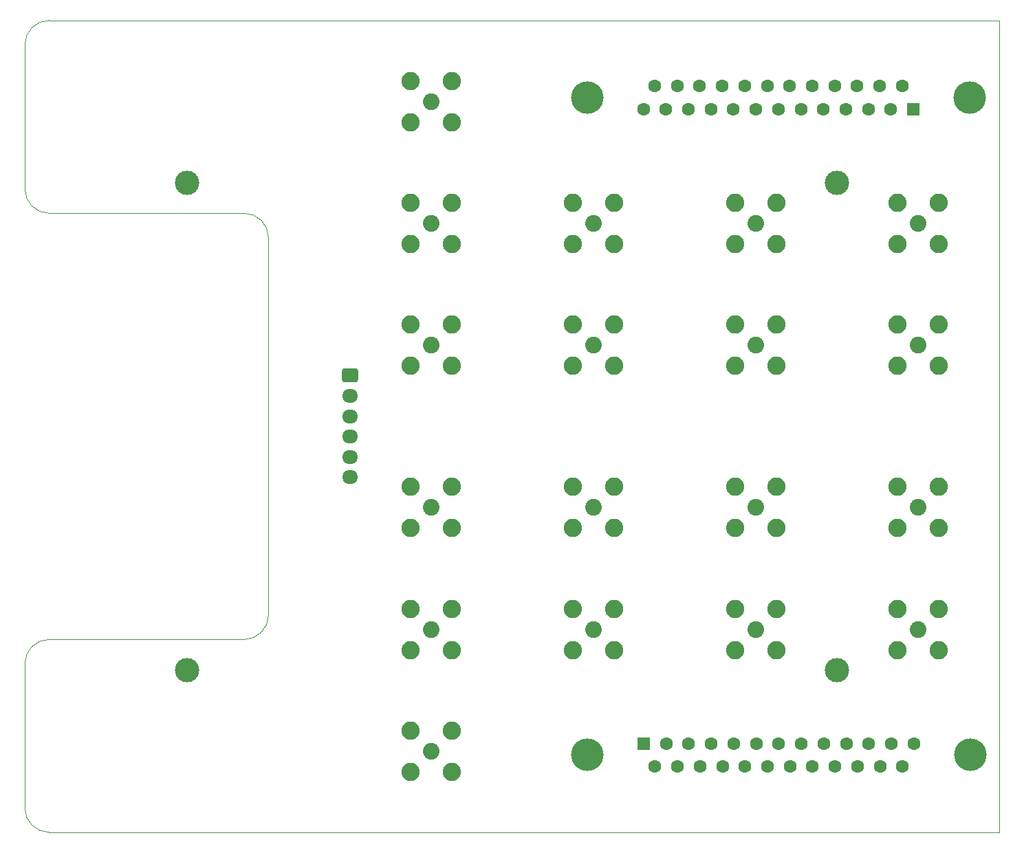
<source format=gbr>
%TF.GenerationSoftware,KiCad,Pcbnew,(6.0.4)*%
%TF.CreationDate,2023-06-02T21:13:09+02:00*%
%TF.ProjectId,Chrolis-LCR-Connector,4368726f-6c69-4732-9d4c-43522d436f6e,rev?*%
%TF.SameCoordinates,Original*%
%TF.FileFunction,Soldermask,Top*%
%TF.FilePolarity,Negative*%
%FSLAX46Y46*%
G04 Gerber Fmt 4.6, Leading zero omitted, Abs format (unit mm)*
G04 Created by KiCad (PCBNEW (6.0.4)) date 2023-06-02 21:13:09*
%MOMM*%
%LPD*%
G01*
G04 APERTURE LIST*
G04 Aperture macros list*
%AMRoundRect*
0 Rectangle with rounded corners*
0 $1 Rounding radius*
0 $2 $3 $4 $5 $6 $7 $8 $9 X,Y pos of 4 corners*
0 Add a 4 corners polygon primitive as box body*
4,1,4,$2,$3,$4,$5,$6,$7,$8,$9,$2,$3,0*
0 Add four circle primitives for the rounded corners*
1,1,$1+$1,$2,$3*
1,1,$1+$1,$4,$5*
1,1,$1+$1,$6,$7*
1,1,$1+$1,$8,$9*
0 Add four rect primitives between the rounded corners*
20,1,$1+$1,$2,$3,$4,$5,0*
20,1,$1+$1,$4,$5,$6,$7,0*
20,1,$1+$1,$6,$7,$8,$9,0*
20,1,$1+$1,$8,$9,$2,$3,0*%
G04 Aperture macros list end*
%TA.AperFunction,Profile*%
%ADD10C,0.100000*%
%TD*%
%ADD11C,2.050000*%
%ADD12C,2.250000*%
%ADD13C,3.000000*%
%ADD14RoundRect,0.250000X-0.725000X0.600000X-0.725000X-0.600000X0.725000X-0.600000X0.725000X0.600000X0*%
%ADD15O,1.950000X1.700000*%
%ADD16C,4.000000*%
%ADD17R,1.600000X1.600000*%
%ADD18C,1.600000*%
G04 APERTURE END LIST*
D10*
X76950000Y-126600000D02*
X52950000Y-126600000D01*
X169950000Y-50350000D02*
X169950000Y-150350000D01*
X52950000Y-126600000D02*
G75*
G03*
X49950000Y-129600000I0J-3000000D01*
G01*
X76950000Y-74100000D02*
X52950000Y-74100000D01*
X79950000Y-77100000D02*
G75*
G03*
X76950000Y-74100000I-3000000J0D01*
G01*
X169950000Y-150350000D02*
X52950000Y-150350000D01*
X79950000Y-77100000D02*
X79950000Y-123600000D01*
X49950000Y-129600000D02*
X49950000Y-147350000D01*
X52950000Y-50350000D02*
G75*
G03*
X49950000Y-53350000I0J-3000000D01*
G01*
X76950000Y-126600000D02*
G75*
G03*
X79950000Y-123600000I0J3000000D01*
G01*
X52950000Y-50350000D02*
X169950000Y-50350000D01*
X49950000Y-71100000D02*
G75*
G03*
X52950000Y-74100000I3000000J0D01*
G01*
X49950000Y-147350000D02*
G75*
G03*
X52950000Y-150350000I3000000J0D01*
G01*
X49950000Y-71100000D02*
X49950000Y-53350000D01*
D11*
%TO.C,J13*%
X159950000Y-125350000D03*
D12*
X162490000Y-127890000D03*
X162490000Y-122810000D03*
X157410000Y-127890000D03*
X157410000Y-122810000D03*
%TD*%
D11*
%TO.C,J16*%
X159950000Y-110350000D03*
D12*
X162490000Y-112890000D03*
X162490000Y-107810000D03*
X157410000Y-112890000D03*
X157410000Y-107810000D03*
%TD*%
D11*
%TO.C,J7*%
X159950000Y-90350000D03*
D12*
X162490000Y-92890000D03*
X162490000Y-87810000D03*
X157410000Y-92890000D03*
X157410000Y-87810000D03*
%TD*%
D11*
%TO.C,J10*%
X159950000Y-75350000D03*
D12*
X162490000Y-77890000D03*
X162490000Y-72810000D03*
X157410000Y-77890000D03*
X157410000Y-72810000D03*
%TD*%
D11*
%TO.C,J14*%
X139950000Y-125350000D03*
D12*
X142490000Y-127890000D03*
X142490000Y-122810000D03*
X137410000Y-127890000D03*
X137410000Y-122810000D03*
%TD*%
D11*
%TO.C,J17*%
X139950000Y-110350000D03*
D12*
X142490000Y-112890000D03*
X142490000Y-107810000D03*
X137410000Y-112890000D03*
X137410000Y-107810000D03*
%TD*%
D11*
%TO.C,J8*%
X139950000Y-90350000D03*
D12*
X142490000Y-92890000D03*
X142490000Y-87810000D03*
X137410000Y-92890000D03*
X137410000Y-87810000D03*
%TD*%
D11*
%TO.C,J11*%
X139950000Y-75350000D03*
D12*
X142490000Y-77890000D03*
X142490000Y-72810000D03*
X137410000Y-77890000D03*
X137410000Y-72810000D03*
%TD*%
D11*
%TO.C,J15*%
X119950000Y-125350000D03*
D12*
X122490000Y-127890000D03*
X122490000Y-122810000D03*
X117410000Y-127890000D03*
X117410000Y-122810000D03*
%TD*%
D11*
%TO.C,J18*%
X119950000Y-110350000D03*
D12*
X122490000Y-112890000D03*
X122490000Y-107810000D03*
X117410000Y-112890000D03*
X117410000Y-107810000D03*
%TD*%
D11*
%TO.C,J9*%
X119950000Y-90350000D03*
D12*
X122490000Y-92890000D03*
X122490000Y-87810000D03*
X117410000Y-92890000D03*
X117410000Y-87810000D03*
%TD*%
D11*
%TO.C,J12*%
X119950000Y-75350000D03*
D12*
X122490000Y-77890000D03*
X122490000Y-72810000D03*
X117410000Y-77890000D03*
X117410000Y-72810000D03*
%TD*%
D11*
%TO.C,J6*%
X99950000Y-140350000D03*
D12*
X102490000Y-142890000D03*
X102490000Y-137810000D03*
X97410000Y-142890000D03*
X97410000Y-137810000D03*
%TD*%
D11*
%TO.C,J5*%
X99950000Y-125350000D03*
D12*
X102490000Y-127890000D03*
X102490000Y-122810000D03*
X97410000Y-127890000D03*
X97410000Y-122810000D03*
%TD*%
D11*
%TO.C,J4*%
X99950000Y-110350000D03*
D12*
X102490000Y-112890000D03*
X102490000Y-107810000D03*
X97410000Y-112890000D03*
X97410000Y-107810000D03*
%TD*%
D11*
%TO.C,J3*%
X99950000Y-90350000D03*
D12*
X102490000Y-92890000D03*
X102490000Y-87810000D03*
X97410000Y-92890000D03*
X97410000Y-87810000D03*
%TD*%
D11*
%TO.C,J1*%
X99950000Y-60350000D03*
D12*
X102490000Y-62890000D03*
X102490000Y-57810000D03*
X97410000Y-62890000D03*
X97410000Y-57810000D03*
%TD*%
D11*
%TO.C,J2*%
X99950000Y-75350000D03*
D12*
X102490000Y-77890000D03*
X102490000Y-72810000D03*
X97410000Y-77890000D03*
X97410000Y-72810000D03*
%TD*%
D13*
%TO.C,H2*%
X149950000Y-70350000D03*
%TD*%
%TO.C,H3*%
X69950000Y-130350000D03*
%TD*%
D14*
%TO.C,J21*%
X89950000Y-94100000D03*
D15*
X89950000Y-96600000D03*
X89950000Y-99100000D03*
X89950000Y-101600000D03*
X89950000Y-104100000D03*
X89950000Y-106600000D03*
%TD*%
D13*
%TO.C,H4*%
X149950000Y-130350000D03*
%TD*%
%TO.C,H1*%
X69950000Y-70350000D03*
%TD*%
D16*
%TO.C,J19*%
X166280000Y-59870000D03*
X119180000Y-59870000D03*
D17*
X159350000Y-61290000D03*
D18*
X156580000Y-61290000D03*
X153810000Y-61290000D03*
X151040000Y-61290000D03*
X148270000Y-61290000D03*
X145500000Y-61290000D03*
X142730000Y-61290000D03*
X139960000Y-61290000D03*
X137190000Y-61290000D03*
X134420000Y-61290000D03*
X131650000Y-61290000D03*
X128880000Y-61290000D03*
X126110000Y-61290000D03*
X157965000Y-58450000D03*
X155195000Y-58450000D03*
X152425000Y-58450000D03*
X149655000Y-58450000D03*
X146885000Y-58450000D03*
X144115000Y-58450000D03*
X141345000Y-58450000D03*
X138575000Y-58450000D03*
X135805000Y-58450000D03*
X133035000Y-58450000D03*
X130265000Y-58450000D03*
X127495000Y-58450000D03*
%TD*%
D16*
%TO.C,J20*%
X166320000Y-140830000D03*
X119220000Y-140830000D03*
D17*
X126150000Y-139410000D03*
D18*
X128920000Y-139410000D03*
X131690000Y-139410000D03*
X134460000Y-139410000D03*
X137230000Y-139410000D03*
X140000000Y-139410000D03*
X142770000Y-139410000D03*
X145540000Y-139410000D03*
X148310000Y-139410000D03*
X151080000Y-139410000D03*
X153850000Y-139410000D03*
X156620000Y-139410000D03*
X159390000Y-139410000D03*
X127535000Y-142250000D03*
X130305000Y-142250000D03*
X133075000Y-142250000D03*
X135845000Y-142250000D03*
X138615000Y-142250000D03*
X141385000Y-142250000D03*
X144155000Y-142250000D03*
X146925000Y-142250000D03*
X149695000Y-142250000D03*
X152465000Y-142250000D03*
X155235000Y-142250000D03*
X158005000Y-142250000D03*
%TD*%
M02*

</source>
